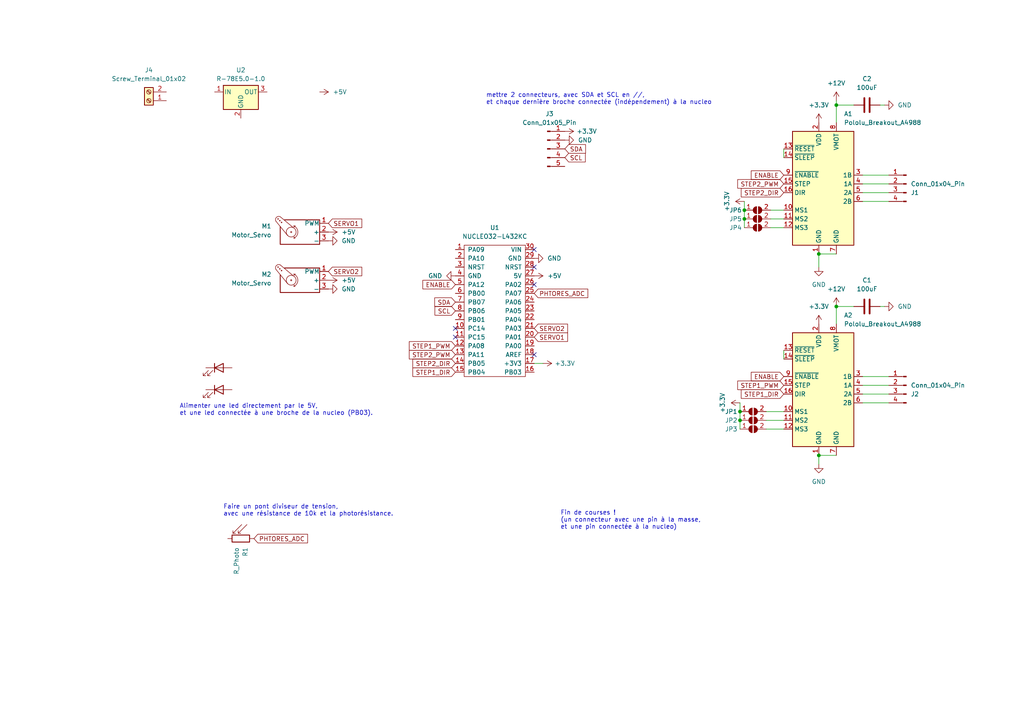
<source format=kicad_sch>
(kicad_sch (version 20230121) (generator eeschema)
  (paper "A4")
  (lib_symbols
    (symbol "Connector:Conn_01x04_Pin" (pin_names (offset 1.016) hide)
      (property "Reference" "J" (at 0 5.08 0))
      (property "Value" "Conn_01x04_Pin" (at 0 -7.62 0))
      (symbol "Conn_01x04_Pin_1_1"
        (polyline (pts (xy 1.27 -5.08) (xy 0.8636 -5.08)) (stroke (width 0.1524)))
        (polyline (pts (xy 1.27 -2.54) (xy 0.8636 -2.54)) (stroke (width 0.1524)))
        (polyline (pts (xy 1.27 0) (xy 0.8636 0)) (stroke (width 0.1524)))
        (polyline (pts (xy 1.27 2.54) (xy 0.8636 2.54)) (stroke (width 0.1524)))
        (rectangle (start 0.8636 -4.953) (end 0 -5.207) (stroke (width 0.1524)) (fill (type outline)))
        (rectangle (start 0.8636 -2.413) (end 0 -2.667) (stroke (width 0.1524)) (fill (type outline)))
        (rectangle (start 0.8636 0.127) (end 0 -0.127) (stroke (width 0.1524)) (fill (type outline)))
        (rectangle (start 0.8636 2.667) (end 0 2.413) (stroke (width 0.1524)) (fill (type outline)))
        (pin passive line (at 5.08 2.54 180) (length 3.81) (name "Pin_1") (number "1"))
        (pin passive line (at 5.08 0 180) (length 3.81) (name "Pin_2") (number "2"))
        (pin passive line (at 5.08 -2.54 180) (length 3.81) (name "Pin_3") (number "3"))
        (pin passive line (at 5.08 -5.08 180) (length 3.81) (name "Pin_4") (number "4"))
      )
    )
    (symbol "Connector:Conn_01x05_Pin" (pin_names (offset 1.016) hide)
      (property "Reference" "J" (at 0 7.62 0))
      (property "Value" "Conn_01x05_Pin" (at 0 -7.62 0))
      (symbol "Conn_01x05_Pin_1_1"
        (polyline (pts (xy 1.27 -5.08) (xy 0.8636 -5.08)) (stroke (width 0.1524)))
        (polyline (pts (xy 1.27 -2.54) (xy 0.8636 -2.54)) (stroke (width 0.1524)))
        (polyline (pts (xy 1.27 0) (xy 0.8636 0)) (stroke (width 0.1524)))
        (polyline (pts (xy 1.27 2.54) (xy 0.8636 2.54)) (stroke (width 0.1524)))
        (polyline (pts (xy 1.27 5.08) (xy 0.8636 5.08)) (stroke (width 0.1524)))
        (rectangle (start 0.8636 -4.953) (end 0 -5.207) (stroke (width 0.1524)) (fill (type outline)))
        (rectangle (start 0.8636 -2.413) (end 0 -2.667) (stroke (width 0.1524)) (fill (type outline)))
        (rectangle (start 0.8636 0.127) (end 0 -0.127) (stroke (width 0.1524)) (fill (type outline)))
        (rectangle (start 0.8636 2.667) (end 0 2.413) (stroke (width 0.1524)) (fill (type outline)))
        (rectangle (start 0.8636 5.207) (end 0 4.953) (stroke (width 0.1524)) (fill (type outline)))
        (pin passive line (at 5.08 5.08 180) (length 3.81) (name "Pin_1") (number "1"))
        (pin passive line (at 5.08 2.54 180) (length 3.81) (name "Pin_2") (number "2"))
        (pin passive line (at 5.08 0 180) (length 3.81) (name "Pin_3") (number "3"))
        (pin passive line (at 5.08 -2.54 180) (length 3.81) (name "Pin_4") (number "4"))
        (pin passive line (at 5.08 -5.08 180) (length 3.81) (name "Pin_5") (number "5"))
      )
    )
    (symbol "Connector:Screw_Terminal_01x02" (pin_names (offset 1.016) hide)
      (property "Reference" "J" (at 0 2.54 0))
      (property "Value" "Screw_Terminal_01x02" (at 0 -5.08 0))
      (symbol "Screw_Terminal_01x02_1_1"
        (rectangle (start -1.27 1.27) (end 1.27 -3.81) (stroke (width 0.254)) (fill (type background)))
        (circle (center 0 -2.54) (radius 0.635) (stroke (width 0.1524)))
        (polyline (pts (xy -0.5334 -2.2098) (xy 0.3302 -3.048)) (stroke (width 0.1524)))
        (polyline (pts (xy -0.5334 0.3302) (xy 0.3302 -0.508)) (stroke (width 0.1524)))
        (polyline (pts (xy -0.3556 -2.032) (xy 0.508 -2.8702)) (stroke (width 0.1524)))
        (polyline (pts (xy -0.3556 0.508) (xy 0.508 -0.3302)) (stroke (width 0.1524)))
        (circle (center 0 0) (radius 0.635) (stroke (width 0.1524)))
        (pin passive line (at -5.08 0 0) (length 3.81) (name "Pin_1") (number "1"))
        (pin passive line (at -5.08 -2.54 0) (length 3.81) (name "Pin_2") (number "2"))
      )
    )
    (symbol "Device:C" (pin_numbers hide) (pin_names (offset 0.254))
      (property "Reference" "C" (at 0.635 2.54 0))
      (property "Value" "C" (at 0.635 -2.54 0))
      (symbol "C_0_1"
        (polyline (pts (xy -2.032 -0.762) (xy 2.032 -0.762)) (stroke (width 0.508)))
        (polyline (pts (xy -2.032 0.762) (xy 2.032 0.762)) (stroke (width 0.508)))
      )
      (symbol "C_1_1"
        (pin passive line (at 0 3.81 270) (length 2.794) (name "~") (number "1"))
        (pin passive line (at 0 -3.81 90) (length 2.794) (name "~") (number "2"))
      )
    )
    (symbol "Device:LED" (pin_numbers hide) (pin_names (offset 1.016) hide)
      (property "Reference" "D" (at 0 2.54 0))
      (property "Value" "LED" (at 0 -2.54 0))
      (symbol "LED_0_1"
        (polyline (pts (xy -1.27 -1.27) (xy -1.27 1.27)) (stroke (width 0.254)))
        (polyline (pts (xy -1.27 0) (xy 1.27 0)))
        (polyline (pts (xy 1.27 -1.27) (xy 1.27 1.27) (xy -1.27 0) (xy 1.27 -1.27)) (stroke (width 0.254)))
        (polyline (pts (xy -3.048 -0.762) (xy -4.572 -2.286) (xy -3.81 -2.286) (xy -4.572 -2.286) (xy -4.572 -1.524)))
        (polyline (pts (xy -1.778 -0.762) (xy -3.302 -2.286) (xy -2.54 -2.286) (xy -3.302 -2.286) (xy -3.302 -1.524)))
      )
      (symbol "LED_1_1"
        (pin passive line (at -3.81 0 0) (length 2.54) (name "K") (number "1"))
        (pin passive line (at 3.81 0 180) (length 2.54) (name "A") (number "2"))
      )
    )
    (symbol "Device:R_Photo" (pin_numbers hide) (pin_names (offset 0))
      (property "Reference" "R" (at 1.27 1.27 0))
      (property "Value" "R_Photo" (at 1.27 0 0))
      (symbol "R_Photo_0_1"
        (rectangle (start -1.016 2.54) (end 1.016 -2.54) (stroke (width 0.254)))
        (polyline (pts (xy -1.524 -2.286) (xy -4.064 0.254)))
        (polyline (pts (xy -1.524 -2.286) (xy -2.286 -2.286)))
        (polyline (pts (xy -1.524 -2.286) (xy -1.524 -1.524)))
        (polyline (pts (xy -1.524 -0.762) (xy -4.064 1.778)))
        (polyline (pts (xy -1.524 -0.762) (xy -2.286 -0.762)))
        (polyline (pts (xy -1.524 -0.762) (xy -1.524 0)))
      )
      (symbol "R_Photo_1_1"
        (pin passive line (at 0 3.81 270) (length 1.27) (name "~") (number "1"))
        (pin passive line (at 0 -3.81 90) (length 1.27) (name "~") (number "2"))
      )
    )
    (symbol "Driver_Motor:Pololu_Breakout_A4988"
      (property "Reference" "A" (at -2.54 19.05 0))
      (property "Value" "Pololu_Breakout_A4988" (at -2.54 16.51 0))
      (symbol "Pololu_Breakout_A4988_0_1"
        (rectangle (start 10.16 -17.78) (end -7.62 15.24) (stroke (width 0.254)) (fill (type background)))
      )
      (symbol "Pololu_Breakout_A4988_1_1"
        (pin power_in line (at 0 -20.32 90) (length 2.54) (name "GND") (number "1"))
        (pin input line (at -10.16 -7.62 0) (length 2.54) (name "MS1") (number "10"))
        (pin input line (at -10.16 -10.16 0) (length 2.54) (name "MS2") (number "11"))
        (pin input line (at -10.16 -12.7 0) (length 2.54) (name "MS3") (number "12"))
        (pin input line (at -10.16 10.16 0) (length 2.54) (name "~{RESET}") (number "13"))
        (pin input line (at -10.16 7.62 0) (length 2.54) (name "~{SLEEP}") (number "14"))
        (pin input line (at -10.16 0 0) (length 2.54) (name "STEP") (number "15"))
        (pin input line (at -10.16 -2.54 0) (length 2.54) (name "DIR") (number "16"))
        (pin power_in line (at 0 17.78 270) (length 2.54) (name "VDD") (number "2"))
        (pin output line (at 12.7 2.54 180) (length 2.54) (name "1B") (number "3"))
        (pin output line (at 12.7 0 180) (length 2.54) (name "1A") (number "4"))
        (pin output line (at 12.7 -2.54 180) (length 2.54) (name "2A") (number "5"))
        (pin output line (at 12.7 -5.08 180) (length 2.54) (name "2B") (number "6"))
        (pin power_in line (at 5.08 -20.32 90) (length 2.54) (name "GND") (number "7"))
        (pin power_in line (at 5.08 17.78 270) (length 2.54) (name "VMOT") (number "8"))
        (pin input line (at -10.16 2.54 0) (length 2.54) (name "~{ENABLE}") (number "9"))
      )
    )
    (symbol "ENAC_robotique:NUCLEO32-L432KC" (pin_names (offset 1.016))
      (property "Reference" "U" (at -5.08 20.32 0))
      (property "Value" "NUCLEO32-L432KC" (at 0 -20.32 0))
      (symbol "NUCLEO32-L432KC_0_1"
        (rectangle (start -8.89 19.05) (end 8.89 -19.05))
      )
      (symbol "NUCLEO32-L432KC_1_1"
        (pin bidirectional line (at -11.43 17.78 0) (length 2.54) (name "PA09") (number "1"))
        (pin bidirectional line (at -11.43 -5.08 0) (length 2.54) (name "PC14") (number "10"))
        (pin bidirectional line (at -11.43 -7.62 0) (length 2.54) (name "PC15") (number "11"))
        (pin bidirectional line (at -11.43 -10.16 0) (length 2.54) (name "PA08") (number "12"))
        (pin bidirectional line (at -11.43 -12.7 0) (length 2.54) (name "PA11") (number "13"))
        (pin bidirectional line (at -11.43 -15.24 0) (length 2.54) (name "PB05") (number "14"))
        (pin bidirectional line (at -11.43 -17.78 0) (length 2.54) (name "PB04") (number "15"))
        (pin bidirectional line (at 11.43 -17.78 180) (length 2.54) (name "PB03") (number "16"))
        (pin power_in line (at 11.43 -15.24 180) (length 2.54) (name "+3V3") (number "17"))
        (pin input line (at 11.43 -12.7 180) (length 2.54) (name "AREF") (number "18"))
        (pin bidirectional line (at 11.43 -10.16 180) (length 2.54) (name "PA00") (number "19"))
        (pin bidirectional line (at -11.43 15.24 0) (length 2.54) (name "PA10") (number "2"))
        (pin bidirectional line (at 11.43 -7.62 180) (length 2.54) (name "PA01") (number "20"))
        (pin bidirectional line (at 11.43 -5.08 180) (length 2.54) (name "PA03") (number "21"))
        (pin bidirectional line (at 11.43 -2.54 180) (length 2.54) (name "PA04") (number "22"))
        (pin bidirectional line (at 11.43 0 180) (length 2.54) (name "PA05") (number "23"))
        (pin bidirectional line (at 11.43 2.54 180) (length 2.54) (name "PA06") (number "24"))
        (pin bidirectional line (at 11.43 5.08 180) (length 2.54) (name "PA07") (number "25"))
        (pin bidirectional line (at 11.43 7.62 180) (length 2.54) (name "PA02") (number "26"))
        (pin power_in line (at 11.43 10.16 180) (length 2.54) (name "5V") (number "27"))
        (pin input line (at 11.43 12.7 180) (length 2.54) (name "NRST") (number "28"))
        (pin power_in line (at 11.43 15.24 180) (length 2.54) (name "GND") (number "29"))
        (pin input line (at -11.43 12.7 0) (length 2.54) (name "NRST") (number "3"))
        (pin power_in line (at 11.43 17.78 180) (length 2.54) (name "VIN") (number "30"))
        (pin power_in line (at -11.43 10.16 0) (length 2.54) (name "GND") (number "4"))
        (pin bidirectional line (at -11.43 7.62 0) (length 2.54) (name "PA12") (number "5"))
        (pin bidirectional line (at -11.43 5.08 0) (length 2.54) (name "PB00") (number "6"))
        (pin bidirectional line (at -11.43 2.54 0) (length 2.54) (name "PB07") (number "7"))
        (pin bidirectional line (at -11.43 0 0) (length 2.54) (name "PB06") (number "8"))
        (pin bidirectional line (at -11.43 -2.54 0) (length 2.54) (name "PB01") (number "9"))
      )
    )
    (symbol "Jumper:SolderJumper_2_Open" (pin_names (offset 0) hide)
      (property "Reference" "JP" (at 0 2.032 0))
      (property "Value" "SolderJumper_2_Open" (at 0 -2.54 0))
      (symbol "SolderJumper_2_Open_0_1"
        (arc (start -0.254 1.016) (mid -1.2656 0) (end -0.254 -1.016))
        (arc (start -0.254 1.016) (mid -1.2656 0) (end -0.254 -1.016) (fill (type outline)))
        (polyline (pts (xy -0.254 1.016) (xy -0.254 -1.016)))
        (polyline (pts (xy 0.254 1.016) (xy 0.254 -1.016)))
        (arc (start 0.254 -1.016) (mid 1.2656 0) (end 0.254 1.016))
        (arc (start 0.254 -1.016) (mid 1.2656 0) (end 0.254 1.016) (fill (type outline)))
      )
      (symbol "SolderJumper_2_Open_1_1"
        (pin passive line (at -3.81 0 0) (length 2.54) (name "A") (number "1"))
        (pin passive line (at 3.81 0 180) (length 2.54) (name "B") (number "2"))
      )
    )
    (symbol "Motor:Motor_Servo" (pin_names (offset 0.0254))
      (property "Reference" "M" (at -5.08 4.445 0))
      (property "Value" "Motor_Servo" (at -5.08 -4.064 0))
      (symbol "Motor_Servo_0_1"
        (polyline (pts (xy 2.413 -1.778) (xy 2.032 -1.778)))
        (polyline (pts (xy 2.413 -1.778) (xy 2.286 -1.397)))
        (polyline (pts (xy 2.413 1.778) (xy 1.905 1.778)))
        (polyline (pts (xy 2.413 1.778) (xy 2.286 1.397)))
        (polyline (pts (xy 6.35 4.445) (xy 2.54 1.27)))
        (polyline (pts (xy 7.62 3.175) (xy 4.191 -1.016)))
        (polyline (pts (xy 5.08 3.556) (xy -5.08 3.556) (xy -5.08 -3.556) (xy 6.35 -3.556) (xy 6.35 1.524)) (stroke (width 0.254)))
        (arc (start 2.413 1.778) (mid 1.2406 0) (end 2.413 -1.778))
        (circle (center 3.175 0) (radius 0.1778))
        (circle (center 3.175 0) (radius 1.4224))
        (circle (center 5.969 2.794) (radius 0.127))
        (circle (center 6.477 3.302) (radius 0.127))
        (circle (center 6.985 3.81) (radius 0.127))
        (arc (start 7.62 3.175) (mid 7.4485 4.2735) (end 6.35 4.445))
      )
      (symbol "Motor_Servo_1_1"
        (pin passive line (at -7.62 2.54 0) (length 2.54) (name "PWM") (number "1"))
        (pin passive line (at -7.62 0 0) (length 2.54) (name "+") (number "2"))
        (pin passive line (at -7.62 -2.54 0) (length 2.54) (name "-") (number "3"))
      )
    )
    (symbol "Regulator_Switching:R-78E5.0-1.0" (pin_names (offset 0.254))
      (property "Reference" "U" (at -3.81 3.175 0))
      (property "Value" "R-78E5.0-1.0" (at 0 3.175 0))
      (symbol "R-78E5.0-1.0_0_1"
        (rectangle (start -5.08 1.905) (end 5.08 -5.08) (stroke (width 0.254)) (fill (type background)))
      )
      (symbol "R-78E5.0-1.0_1_1"
        (pin power_in line (at -7.62 0 0) (length 2.54) (name "IN") (number "1"))
        (pin power_in line (at 0 -7.62 90) (length 2.54) (name "GND") (number "2"))
        (pin power_out line (at 7.62 0 180) (length 2.54) (name "OUT") (number "3"))
      )
    )
    (symbol "power:+12V" (power) (pin_names (offset 0))
      (property "Value" "+12V" (at 0 3.556 0))
      (symbol "+12V_0_1"
        (polyline (pts (xy -0.762 1.27) (xy 0 2.54)))
        (polyline (pts (xy 0 0) (xy 0 2.54)))
        (polyline (pts (xy 0 2.54) (xy 0.762 1.27)))
      )
      (symbol "+12V_1_1"
        (pin power_in line (at 0 0 90) (length 0) hide (name "+12V") (number "1"))
      )
    )
    (symbol "power:+3.3V" (power) (pin_names (offset 0))
      (property "Value" "+3.3V" (at 0 3.556 0))
      (symbol "+3.3V_0_1"
        (polyline (pts (xy -0.762 1.27) (xy 0 2.54)))
        (polyline (pts (xy 0 0) (xy 0 2.54)))
        (polyline (pts (xy 0 2.54) (xy 0.762 1.27)))
      )
      (symbol "+3.3V_1_1"
        (pin power_in line (at 0 0 90) (length 0) hide (name "+3.3V") (number "1"))
      )
    )
    (symbol "power:+5V" (power) (pin_names (offset 0))
      (property "Value" "+5V" (at 0 3.556 0))
      (symbol "+5V_0_1"
        (polyline (pts (xy -0.762 1.27) (xy 0 2.54)))
        (polyline (pts (xy 0 0) (xy 0 2.54)))
        (polyline (pts (xy 0 2.54) (xy 0.762 1.27)))
      )
      (symbol "+5V_1_1"
        (pin power_in line (at 0 0 90) (length 0) hide (name "+5V") (number "1"))
      )
    )
    (symbol "power:GND" (power) (pin_names (offset 0))
      (property "Value" "GND" (at 0 -3.81 0))
      (symbol "GND_0_1"
        (polyline (pts (xy 0 0) (xy 0 -1.27) (xy 1.27 -1.27) (xy 0 -2.54) (xy -1.27 -1.27) (xy 0 -1.27)))
      )
      (symbol "GND_1_1"
        (pin power_in line (at 0 0 270) (length 0) hide (name "GND") (number "1"))
      )
    )
  )
  (junction (at 214.63 121.92))
  (junction (at 215.9 63.5))
  (junction (at 214.63 119.38))
  (junction (at 237.49 73.66))
  (junction (at 237.49 132.08))
  (junction (at 242.57 88.9))
  (junction (at 215.9 60.96))
  (junction (at 242.57 30.48))
  (no_connect (at 154.94 82.55))
  (no_connect (at 154.94 102.87))
  (no_connect (at 132.08 95.25))
  (no_connect (at 154.94 77.47))
  (no_connect (at 154.94 72.39))
  (no_connect (at 132.08 97.79))
  (wire (pts (xy 215.9 63.5) (xy 215.9 66.04)))
  (wire (pts (xy 250.19 53.34) (xy 257.81 53.34)))
  (wire (pts (xy 222.25 119.38) (xy 227.33 119.38)))
  (wire (pts (xy 237.49 132.08) (xy 242.57 132.08)))
  (wire (pts (xy 237.49 73.66) (xy 242.57 73.66)))
  (wire (pts (xy 250.19 109.22) (xy 257.81 109.22)))
  (wire (pts (xy 237.49 132.08) (xy 237.49 134.62)))
  (wire (pts (xy 250.19 50.8) (xy 257.81 50.8)))
  (wire (pts (xy 223.52 63.5) (xy 227.33 63.5)))
  (wire (pts (xy 215.9 60.96) (xy 215.9 63.5)))
  (wire (pts (xy 222.25 124.46) (xy 227.33 124.46)))
  (wire (pts (xy 247.65 30.48) (xy 242.57 30.48)))
  (wire (pts (xy 242.57 29.21) (xy 242.57 30.48)))
  (wire (pts (xy 247.65 88.9) (xy 242.57 88.9)))
  (wire (pts (xy 214.63 119.38) (xy 214.63 121.92)))
  (wire (pts (xy 214.63 116.84) (xy 214.63 119.38)))
  (wire (pts (xy 255.27 30.48) (xy 256.54 30.48)))
  (wire (pts (xy 256.54 88.9) (xy 255.27 88.9)))
  (wire (pts (xy 227.33 101.6) (xy 227.33 104.14)))
  (wire (pts (xy 250.19 55.88) (xy 257.81 55.88)))
  (wire (pts (xy 250.19 114.3) (xy 257.81 114.3)))
  (wire (pts (xy 214.63 121.92) (xy 214.63 124.46)))
  (wire (pts (xy 250.19 111.76) (xy 257.81 111.76)))
  (wire (pts (xy 215.9 58.42) (xy 215.9 60.96)))
  (wire (pts (xy 157.48 105.41) (xy 154.94 105.41)))
  (wire (pts (xy 223.52 66.04) (xy 227.33 66.04)))
  (wire (pts (xy 242.57 88.9) (xy 242.57 93.98)))
  (wire (pts (xy 250.19 116.84) (xy 257.81 116.84)))
  (wire (pts (xy 242.57 30.48) (xy 242.57 35.56)))
  (wire (pts (xy 223.52 60.96) (xy 227.33 60.96)))
  (wire (pts (xy 237.49 73.66) (xy 237.49 77.47)))
  (wire (pts (xy 227.33 43.18) (xy 227.33 45.72)))
  (wire (pts (xy 222.25 121.92) (xy 227.33 121.92)))
  (wire (pts (xy 250.19 58.42) (xy 257.81 58.42)))
  (text "mettre 2 connecteurs, avec SDA et SCL en //,\net chaque dernière broche connectée (indépendement) à la nucleo" (at 140.97 30.48 0) (effects (font (size 1.27 1.27)) (justify left bottom)))
  (text "Fin de courses !\n(un connecteur avec une pin à la masse,\net une pin connectée à la nucleo)" (at 162.56 153.67 0) (effects (font (size 1.27 1.27)) (justify left bottom)))
  (text "Alimenter une led directement par le 5V,\net une led connectée à une broche de la nucleo (PB03)." (at 52.07 120.65 0) (effects (font (size 1.27 1.27)) (justify left bottom)))
  (text "Faire un pont diviseur de tension,\navec une résistance de 10k et la photorésistance." (at 64.77 149.86 0) (effects (font (size 1.27 1.27)) (justify left bottom)))
  (global_label "STEP2_DIR" (shape input) (at 227.33 55.88 180) (property "Intersheetrefs" "${INTERSHEET_REFS}" (effects hide)))
  (global_label "STEP1_PWM" (shape input) (at 132.08 100.33 180) (property "Intersheetrefs" "${INTERSHEET_REFS}" (effects hide)))
  (global_label "STEP1_DIR" (shape input) (at 227.33 114.3 180) (property "Intersheetrefs" "${INTERSHEET_REFS}" (effects hide)))
  (global_label "STEP2_DIR" (shape input) (at 132.08 105.41 180) (property "Intersheetrefs" "${INTERSHEET_REFS}" (effects hide)))
  (global_label "PHTORES_ADC" (shape input) (at 73.66 156.21 0) (property "Intersheetrefs" "${INTERSHEET_REFS}" (effects hide)))
  (global_label "SERVO1" (shape input) (at 95.25 64.77 0) (property "Intersheetrefs" "${INTERSHEET_REFS}" (effects hide)))
  (global_label "SCL" (shape input) (at 132.08 90.17 180) (property "Intersheetrefs" "${INTERSHEET_REFS}" (effects hide)))
  (global_label "STEP1_DIR" (shape input) (at 132.08 107.95 180) (property "Intersheetrefs" "${INTERSHEET_REFS}" (effects hide)))
  (global_label "STEP2_PWM" (shape input) (at 227.33 53.34 180) (property "Intersheetrefs" "${INTERSHEET_REFS}" (effects hide)))
  (global_label "STEP1_PWM" (shape input) (at 227.33 111.76 180) (property "Intersheetrefs" "${INTERSHEET_REFS}" (effects hide)))
  (global_label "ENABLE" (shape input) (at 227.33 50.8 180) (property "Intersheetrefs" "${INTERSHEET_REFS}" (effects hide)))
  (global_label "ENABLE" (shape input) (at 132.08 82.55 180) (property "Intersheetrefs" "${INTERSHEET_REFS}" (effects hide)))
  (global_label "SERVO2" (shape input) (at 95.25 78.74 0) (property "Intersheetrefs" "${INTERSHEET_REFS}" (effects hide)))
  (global_label "SDA" (shape input) (at 163.83 43.18 0) (property "Intersheetrefs" "${INTERSHEET_REFS}" (effects hide)))
  (global_label "SERVO2" (shape input) (at 154.94 95.25 0) (property "Intersheetrefs" "${INTERSHEET_REFS}" (effects hide)))
  (global_label "SDA" (shape input) (at 132.08 87.63 180) (property "Intersheetrefs" "${INTERSHEET_REFS}" (effects hide)))
  (global_label "SCL" (shape input) (at 163.83 45.72 0) (property "Intersheetrefs" "${INTERSHEET_REFS}" (effects hide)))
  (global_label "SERVO1" (shape input) (at 154.94 97.79 0) (property "Intersheetrefs" "${INTERSHEET_REFS}" (effects hide)))
  (global_label "STEP2_PWM" (shape input) (at 132.08 102.87 180) (property "Intersheetrefs" "${INTERSHEET_REFS}" (effects hide)))
  (global_label "ENABLE" (shape input) (at 227.33 109.22 180) (property "Intersheetrefs" "${INTERSHEET_REFS}" (effects hide)))
  (global_label "PHTORES_ADC" (shape input) (at 154.94 85.09 0) (property "Intersheetrefs" "${INTERSHEET_REFS}" (effects hide)))
  (symbol (lib_id "power:+3.3V") (at 237.49 35.56 0) (unit 1)
    (property "Reference" "#PWR011" (effects hide))
    (property "Value" "+3.3V" (at 237.49 30.48 0))
  )
  (symbol (lib_id "power:+12V") (at 242.57 29.21 0) (unit 1)
    (property "Reference" "#PWR021" (effects hide))
    (property "Value" "+12V" (at 242.57 24.13 0))
  )
  (symbol (lib_id "Motor:Motor_Servo") (at 87.63 81.28 0) (mirror y) (unit 1)
    (property "Reference" "M2" (at 78.74 79.5766 0) (effects (justify left)))
    (property "Value" "Motor_Servo" (at 78.74 82.1166 0) (effects (justify left)))
    (property "Footprint" "Connector_PinHeader_2.54mm:PinHeader_1x03_P2.54mm_Vertical" (effects hide))
    (property "Datasheet" "http://forums.parallax.com/uploads/attachments/46831/74481.png" (effects hide))
  )
  (symbol (lib_id "power:+5V") (at 154.94 80.01 270) (unit 1)
    (property "Reference" "#PWR016" (effects hide))
    (property "Value" "+5V" (at 158.75 80.01 90) (effects (justify left)))
  )
  (symbol (lib_id "power:GND") (at 256.54 88.9 90) (unit 1)
    (property "Reference" "#PWR08" (effects hide))
    (property "Value" "GND" (at 260.35 88.9 90) (effects (justify right)))
  )
  (symbol (lib_id "power:+12V") (at 242.57 88.9 0) (unit 1)
    (property "Reference" "#PWR07" (effects hide))
    (property "Value" "+12V" (at 242.57 83.82 0))
  )
  (symbol (lib_id "power:GND") (at 132.08 80.01 270) (unit 1)
    (property "Reference" "#PWR02" (effects hide))
    (property "Value" "GND" (at 128.27 80.01 90) (effects (justify right)))
  )
  (symbol (lib_id "power:GND") (at 163.83 40.64 90) (unit 1)
    (property "Reference" "#PWR06" (effects hide))
    (property "Value" "GND" (at 167.64 40.64 90) (effects (justify right)))
  )
  (symbol (lib_id "Jumper:SolderJumper_2_Open") (at 218.44 121.92 0) (unit 1)
    (property "Reference" "JP2" (at 212.09 121.92 0))
    (property "Value" "SolderJumper_2_Open" (effects hide))
    (property "Footprint" "Jumper:SolderJumper-2_P1.3mm_Open_TrianglePad1.0x1.5mm" (effects hide))
  )
  (symbol (lib_id "Device:C") (at 251.46 88.9 90) (unit 1)
    (property "Reference" "C1" (at 251.46 81.28 90))
    (property "Value" "100uF" (at 251.46 83.82 90))
  )
  (symbol (lib_id "Driver_Motor:Pololu_Breakout_A4988") (at 237.49 111.76 0) (unit 1)
    (property "Reference" "A2" (at 244.7641 91.44 0) (effects (justify left)))
    (property "Value" "Pololu_Breakout_A4988" (at 244.7641 93.98 0) (effects (justify left)))
    (property "Footprint" "Module:Pololu_Breakout-16_15.2x20.3mm" (effects hide))
    (property "Datasheet" "https://www.pololu.com/product/2980/pictures" (effects hide))
  )
  (symbol (lib_id "Connector:Conn_01x04_Pin") (at 262.89 111.76 0) (mirror y) (unit 1)
    (property "Reference" "J2" (at 264.16 114.3 0) (effects (justify right)))
    (property "Value" "Conn_01x04_Pin" (at 264.16 111.76 0) (effects (justify right)))
    (property "Footprint" "Connector_PinHeader_2.54mm:PinHeader_1x04_P2.54mm_Vertical" (effects hide))
  )
  (symbol (lib_id "power:GND") (at 95.25 83.82 90) (unit 1)
    (property "Reference" "#PWR017" (effects hide))
    (property "Value" "GND" (at 99.06 83.82 90) (effects (justify right)))
  )
  (symbol (lib_id "Device:LED") (at 63.5 113.03 0) (unit 1)
    (property "Reference" "D2" (effects hide))
    (property "Value" "LED" (effects hide))
  )
  (symbol (lib_id "Device:R_Photo") (at 69.85 156.21 270) (unit 1)
    (property "Reference" "R1" (at 71.12 158.75 0) (effects (justify left)))
    (property "Value" "R_Photo" (at 68.58 158.75 0) (effects (justify left)))
  )
  (symbol (lib_id "Motor:Motor_Servo") (at 87.63 67.31 0) (mirror y) (unit 1)
    (property "Reference" "M1" (at 78.74 65.6066 0) (effects (justify left)))
    (property "Value" "Motor_Servo" (at 78.74 68.1466 0) (effects (justify left)))
    (property "Footprint" "Connector_PinHeader_2.54mm:PinHeader_1x03_P2.54mm_Vertical" (effects hide))
    (property "Datasheet" "http://forums.parallax.com/uploads/attachments/46831/74481.png" (effects hide))
  )
  (symbol (lib_id "power:GND") (at 256.54 30.48 90) (unit 1)
    (property "Reference" "#PWR013" (effects hide))
    (property "Value" "GND" (at 260.35 30.48 90) (effects (justify right)))
  )
  (symbol (lib_id "Connector:Conn_01x04_Pin") (at 262.89 53.34 0) (mirror y) (unit 1)
    (property "Reference" "J1" (at 264.16 55.88 0) (effects (justify right)))
    (property "Value" "Conn_01x04_Pin" (at 264.16 53.34 0) (effects (justify right)))
    (property "Footprint" "Connector_PinHeader_2.54mm:PinHeader_1x04_P2.54mm_Vertical" (effects hide))
  )
  (symbol (lib_id "power:GND") (at 237.49 134.62 0) (unit 1)
    (property "Reference" "#PWR04" (effects hide))
    (property "Value" "GND" (at 237.49 139.7 0))
  )
  (symbol (lib_id "Regulator_Switching:R-78E5.0-1.0") (at 69.85 26.67 0) (unit 1)
    (property "Reference" "U2" (at 69.85 20.32 0))
    (property "Value" "R-78E5.0-1.0" (at 69.85 22.86 0))
    (property "Footprint" "Converter_DCDC:Converter_DCDC_RECOM_R-78E-0.5_THT" (effects hide))
    (property "Datasheet" "https://www.recom-power.com/pdf/Innoline/R-78Exx-1.0.pdf" (effects hide))
    (property "RS" "https://fr.rs-online.com/web/p/regulateurs-a-decoupage/1446290" (effects hide))
  )
  (symbol (lib_id "Jumper:SolderJumper_2_Open") (at 219.71 66.04 0) (unit 1)
    (property "Reference" "JP4" (at 213.36 66.04 0))
    (property "Value" "SolderJumper_2_Open" (effects hide))
    (property "Footprint" "Jumper:SolderJumper-2_P1.3mm_Open_TrianglePad1.0x1.5mm" (effects hide))
  )
  (symbol (lib_id "Jumper:SolderJumper_2_Open") (at 218.44 124.46 0) (unit 1)
    (property "Reference" "JP3" (at 212.09 124.46 0))
    (property "Value" "SolderJumper_2_Open" (effects hide))
    (property "Footprint" "Jumper:SolderJumper-2_P1.3mm_Open_TrianglePad1.0x1.5mm" (effects hide))
  )
  (symbol (lib_id "Jumper:SolderJumper_2_Open") (at 219.71 60.96 0) (unit 1)
    (property "Reference" "JP6" (at 213.36 60.96 0))
    (property "Value" "SolderJumper_2_Open" (effects hide))
    (property "Footprint" "Jumper:SolderJumper-2_P1.3mm_Open_TrianglePad1.0x1.5mm" (effects hide))
  )
  (symbol (lib_id "power:+3.3V") (at 237.49 93.98 0) (unit 1)
    (property "Reference" "#PWR09" (effects hide))
    (property "Value" "+3.3V" (at 237.49 88.9 0))
  )
  (symbol (lib_id "Driver_Motor:Pololu_Breakout_A4988") (at 237.49 53.34 0) (unit 1)
    (property "Reference" "A1" (at 244.7641 33.02 0) (effects (justify left)))
    (property "Value" "Pololu_Breakout_A4988" (at 244.7641 35.56 0) (effects (justify left)))
    (property "Footprint" "Module:Pololu_Breakout-16_15.2x20.3mm" (effects hide))
    (property "Datasheet" "https://www.pololu.com/product/2980/pictures" (effects hide))
  )
  (symbol (lib_id "Jumper:SolderJumper_2_Open") (at 218.44 119.38 0) (unit 1)
    (property "Reference" "JP1" (at 212.09 119.38 0))
    (property "Value" "SolderJumper_2_Open" (effects hide))
    (property "Footprint" "Jumper:SolderJumper-2_P1.3mm_Open_TrianglePad1.0x1.5mm" (effects hide))
  )
  (symbol (lib_id "power:+3.3V") (at 214.63 116.84 90) (unit 1)
    (property "Reference" "#PWR03" (effects hide))
    (property "Value" "+3.3V" (at 209.55 116.84 0))
  )
  (symbol (lib_id "power:+3.3V") (at 163.83 38.1 270) (unit 1)
    (property "Reference" "#PWR014" (effects hide))
    (property "Value" "+3.3V" (at 170.18 38.1 90))
  )
  (symbol (lib_id "ENAC_robotique:NUCLEO32-L432KC") (at 143.51 90.17 0) (unit 1)
    (property "Reference" "U1" (at 143.51 66.04 0))
    (property "Value" "NUCLEO32-L432KC" (at 143.51 68.58 0))
    (property "Footprint" "ENAC_robotique:NUCLEO32" (effects hide))
    (property "Datasheet" "https://www.st.com/content/ccc/resource/technical/document/user_manual/e3/0e/88/05/e8/74/43/a0/DM00231744.pdf/files/DM00231744.pdf/jcr:content/translations/en.DM00231744.pdf" (effects hide))
  )
  (symbol (lib_id "power:GND") (at 237.49 77.47 0) (unit 1)
    (property "Reference" "#PWR05" (effects hide))
    (property "Value" "GND" (at 237.49 82.55 0))
  )
  (symbol (lib_id "power:+5V") (at 92.71 26.67 270) (unit 1)
    (property "Reference" "#PWR015" (effects hide))
    (property "Value" "+5V" (at 96.52 26.67 90) (effects (justify left)))
  )
  (symbol (lib_id "Connector:Conn_01x05_Pin") (at 158.75 43.18 0) (unit 1)
    (property "Reference" "J3" (at 159.385 33.02 0))
    (property "Value" "Conn_01x05_Pin" (at 159.385 35.56 0))
  )
  (symbol (lib_id "Device:LED") (at 63.5 106.68 0) (unit 1)
    (property "Reference" "D1" (effects hide))
    (property "Value" "LED" (effects hide))
  )
  (symbol (lib_id "power:+5V") (at 95.25 81.28 270) (unit 1)
    (property "Reference" "#PWR020" (effects hide))
    (property "Value" "+5V" (at 99.06 81.28 90) (effects (justify left)))
  )
  (symbol (lib_id "Jumper:SolderJumper_2_Open") (at 219.71 63.5 0) (unit 1)
    (property "Reference" "JP5" (at 213.36 63.5 0))
    (property "Value" "SolderJumper_2_Open" (effects hide))
    (property "Footprint" "Jumper:SolderJumper-2_P1.3mm_Open_TrianglePad1.0x1.5mm" (effects hide))
  )
  (symbol (lib_id "power:GND") (at 154.94 74.93 90) (unit 1)
    (property "Reference" "#PWR01" (effects hide))
    (property "Value" "GND" (at 158.75 74.93 90) (effects (justify right)))
  )
  (symbol (lib_id "power:+3.3V") (at 157.48 105.41 270) (unit 1)
    (property "Reference" "#PWR012" (effects hide))
    (property "Value" "+3.3V" (at 163.83 105.41 90))
  )
  (symbol (lib_id "power:+3.3V") (at 215.9 58.42 90) (unit 1)
    (property "Reference" "#PWR010" (effects hide))
    (property "Value" "+3.3V" (at 210.82 58.42 0))
  )
  (symbol (lib_id "Connector:Screw_Terminal_01x02") (at 43.18 29.21 180) (unit 1)
    (property "Reference" "J4" (at 43.18 20.32 0))
    (property "Value" "Screw_Terminal_01x02" (at 43.18 22.86 0))
  )
  (symbol (lib_id "power:+5V") (at 95.25 67.31 270) (unit 1)
    (property "Reference" "#PWR019" (effects hide))
    (property "Value" "+5V" (at 99.06 67.31 90) (effects (justify left)))
  )
  (symbol (lib_id "Device:C") (at 251.46 30.48 90) (unit 1)
    (property "Reference" "C2" (at 251.46 22.86 90))
    (property "Value" "100uF" (at 251.46 25.4 90))
  )
  (symbol (lib_id "power:GND") (at 95.25 69.85 90) (unit 1)
    (property "Reference" "#PWR018" (effects hide))
    (property "Value" "GND" (at 99.06 69.85 90) (effects (justify right)))
  )
)
</source>
